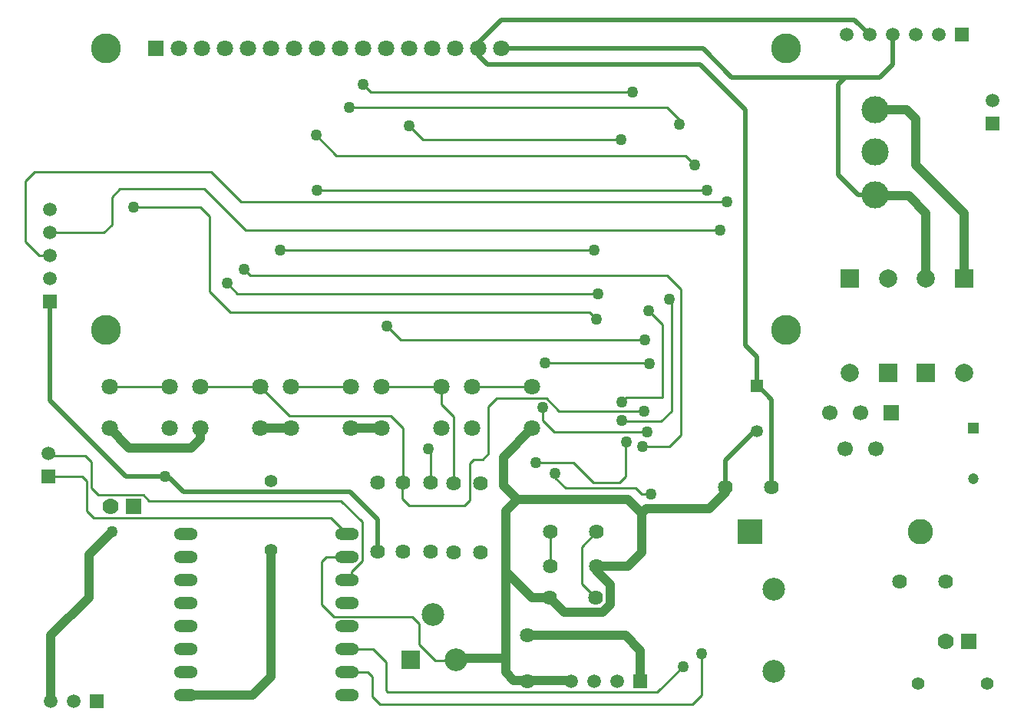
<source format=gbl>
%FSLAX44Y44*%
%MOMM*%
G71*
G01*
G75*
G04 Layer_Physical_Order=2*
G04 Layer_Color=16711680*
%ADD10R,1.8000X0.2300*%
%ADD11O,0.2300X1.8000*%
%ADD12R,0.2300X1.8000*%
%ADD13C,1.0000*%
%ADD14C,0.2540*%
%ADD15C,0.5000*%
%ADD16O,2.6416X1.3208*%
%ADD17C,1.5000*%
%ADD18R,1.5000X1.5000*%
%ADD19R,1.5000X1.5000*%
%ADD20C,2.8000*%
%ADD21R,2.8000X2.8000*%
%ADD22C,1.4000*%
%ADD23C,1.6256*%
%ADD24C,1.7000*%
%ADD25R,1.7000X1.7000*%
%ADD26C,1.8000*%
%ADD27C,3.0000*%
%ADD28R,1.3500X1.3500*%
%ADD29C,1.3500*%
%ADD30R,2.0000X2.0000*%
%ADD31C,2.0000*%
%ADD32C,2.5000*%
%ADD33R,1.8000X1.8000*%
%ADD34C,1.8000*%
%ADD35R,1.7780X1.7780*%
%ADD36C,1.7780*%
%ADD37R,2.0000X2.0000*%
%ADD38C,1.2000*%
%ADD39R,1.2000X1.2000*%
%ADD40C,1.2700*%
%ADD41C,3.3000*%
D13*
X857250Y327660D02*
X919480D01*
X346710Y304800D02*
Y377190D01*
X388620Y419100D01*
Y466090D01*
X414020Y491490D01*
X848360Y351790D02*
Y445770D01*
Y336550D02*
Y351790D01*
X794550D02*
X848360D01*
X793280Y350520D02*
X794550Y351790D01*
X1312000Y771120D02*
Y843190D01*
X1292860Y862330D02*
X1312000Y843190D01*
X1257280Y862330D02*
X1292860D01*
X1256030Y863580D02*
X1257280Y862330D01*
X1290320Y957580D02*
X1300480Y947420D01*
X1256030Y957580D02*
X1290320D01*
X1300480Y896620D02*
Y947420D01*
Y896620D02*
X1354000Y843100D01*
Y771120D02*
Y843100D01*
X677500Y605650D02*
X711500D01*
X577500D02*
X611500D01*
X511500Y594050D02*
Y605650D01*
X501650Y584200D02*
X511500Y594050D01*
X432950Y584200D02*
X501650D01*
X411500Y605650D02*
X432950Y584200D01*
X845820Y573970D02*
X877500Y605650D01*
X919480Y327660D02*
X920750Y326390D01*
X872490Y377190D02*
X980440D01*
X996950Y360680D01*
Y326390D02*
Y360680D01*
X998220Y468630D02*
Y511810D01*
X982980Y453390D02*
X998220Y468630D01*
X845820Y542290D02*
Y573970D01*
Y542290D02*
X861060Y527050D01*
X948690Y453390D02*
X982980D01*
X948690Y448310D02*
Y453390D01*
Y448310D02*
X963930Y433070D01*
Y411480D02*
Y433070D01*
X955040Y402590D02*
X963930Y411480D01*
X913130Y402590D02*
X955040D01*
X896620Y419100D02*
X913130Y402590D01*
X877570Y419100D02*
X896620D01*
X848360Y336550D02*
X857250Y327660D01*
X848360Y445770D02*
X849630Y447040D01*
X877570Y419100D01*
X589280Y331470D02*
Y471170D01*
X568960Y311150D02*
X589280Y331470D01*
X495300Y311150D02*
X568960D01*
X1003300Y516890D02*
X1073150D01*
X998220Y511810D02*
X1003300Y516890D01*
X1073150D02*
X1090930Y534670D01*
X848360Y514350D02*
X861060Y527050D01*
X848360Y445770D02*
Y514350D01*
X861060Y527050D02*
X982980D01*
X998220Y511810D01*
D14*
X334010Y796290D02*
X345440D01*
X318770Y811530D02*
X334010Y796290D01*
X318770Y811530D02*
Y878840D01*
X328930Y889000D01*
X523240D01*
X556260Y855980D01*
X1092200D01*
X345440Y821690D02*
X405130D01*
X414020Y830580D01*
Y861060D01*
X422910Y869950D01*
X515620D01*
X561340Y824230D01*
X1084580D01*
X438150Y849630D02*
X511810D01*
X521970Y839470D01*
Y756920D02*
Y839470D01*
Y756920D02*
X544830Y734060D01*
X940950D02*
X948570Y726440D01*
X544830Y734060D02*
X940950D01*
X975360Y615950D02*
X976630Y614680D01*
X673100Y336550D02*
X695960D01*
X701040Y331470D01*
Y309880D02*
Y331470D01*
Y309880D02*
X709930Y300990D01*
X1054100D01*
X1064260Y311150D01*
Y356870D01*
X1015492Y314452D02*
X1043940Y342900D01*
X718058Y314452D02*
X1015492D01*
X716280Y316230D02*
X718058Y314452D01*
X716280Y316230D02*
Y347980D01*
X702310Y361950D02*
X716280Y347980D01*
X673100Y361950D02*
X702310D01*
X980440Y552450D02*
Y590550D01*
X991870Y539750D02*
X998220Y533400D01*
X1008380D01*
X650240Y463550D02*
X673100D01*
X645160Y458470D02*
X650240Y463550D01*
X792010Y349250D02*
X793280Y350520D01*
X770890Y349250D02*
X792010D01*
X753110Y367030D02*
X770890Y349250D01*
X753110Y367030D02*
Y389890D01*
X745490Y397510D02*
X753110Y389890D01*
X684272Y397510D02*
X745490D01*
X684018Y397764D02*
X684272Y397510D01*
X658876Y397764D02*
X684018D01*
X645160Y411480D02*
X658876Y397764D01*
X645160Y411480D02*
Y458470D01*
X577500Y651650D02*
X609390Y619760D01*
X881380Y567690D02*
X923290D01*
X944880Y546100D01*
X891540Y678180D02*
X1004570D01*
X640080Y868680D02*
X1070610D01*
X639445Y929005D02*
X661670Y906780D01*
X1046480D01*
X1056640Y896620D01*
X675640Y960120D02*
X1026160D01*
X1040130Y946150D01*
Y941070D02*
Y946150D01*
X690880Y985520D02*
X699770Y976630D01*
X988060D01*
X717550Y718820D02*
X732790Y703580D01*
X1002030D01*
X741680Y939800D02*
X756920Y924560D01*
X975360D01*
X541020Y765810D02*
X552460Y754370D01*
X566420Y774700D02*
X1026160D01*
X560070Y781050D02*
X566420Y774700D01*
X949950Y754370D02*
X949960Y754380D01*
X552460Y754370D02*
X949950D01*
X599440Y802640D02*
X946150D01*
X974090Y546100D02*
X980440Y552450D01*
X944880Y546100D02*
X974090D01*
X1021080Y640080D02*
Y720090D01*
X1005840Y735330D02*
X1021080Y720090D01*
X981710Y640080D02*
X1021080D01*
X976630Y635000D02*
X981710Y640080D01*
X1026160Y774700D02*
X1041400Y759460D01*
X999490Y585470D02*
X1028700D01*
X1041400Y598170D01*
Y759460D01*
X893208Y638810D02*
X907178Y624840D01*
X1000760D01*
X1003300Y627380D01*
X979170Y613410D02*
X1019810D01*
X1031240Y624840D01*
Y742950D01*
X1028700Y745490D02*
X1031240Y742950D01*
X411500Y651650D02*
X477500D01*
X511500D02*
X577500D01*
X611500D02*
X677500D01*
X711500D02*
X777500D01*
X811500D02*
X877500D01*
X765810Y546100D02*
X767080Y547370D01*
X735330Y546100D02*
Y605790D01*
X721360Y619760D02*
X735330Y605790D01*
X609390Y619760D02*
X721360D01*
X763270Y582930D02*
X765810Y580390D01*
Y546100D02*
Y580390D01*
X777500Y632200D02*
Y651650D01*
Y632200D02*
X791210Y618490D01*
Y544830D02*
Y618490D01*
X889000Y614680D02*
Y628650D01*
Y614680D02*
X901700Y601980D01*
X1004570D01*
X838200Y638810D02*
X893208D01*
X829310Y629920D02*
X838200Y638810D01*
X822960Y571500D02*
X829310Y577850D01*
X812800Y571500D02*
X822960D01*
X808482Y567182D02*
X812800Y571500D01*
X808482Y526542D02*
Y567182D01*
X802640Y520700D02*
X808482Y526542D01*
X734060Y528320D02*
Y544830D01*
X735330Y546100D01*
X829310Y577850D02*
Y629920D01*
X734060Y528320D02*
X741680Y520700D01*
X802640D01*
X932180Y474980D02*
X948690Y491490D01*
X932180Y434340D02*
Y474980D01*
Y434340D02*
X947420Y419100D01*
X897890Y453390D02*
Y491490D01*
X902970Y551180D02*
Y556260D01*
Y551180D02*
X914400Y539750D01*
X991870D01*
X655320Y506730D02*
X673100Y488950D01*
X344170Y552450D02*
X381000D01*
X386080Y547370D01*
Y514350D02*
Y547370D01*
Y514350D02*
X393700Y506730D01*
X655320D01*
X673100Y438150D02*
X678180D01*
Y447298D02*
X690118Y459236D01*
Y502412D01*
X344170Y577850D02*
X346710Y575310D01*
X666750Y525780D02*
X690118Y502412D01*
X346710Y575310D02*
X384810D01*
X454968Y525780D02*
X666750D01*
X448618Y532130D02*
X454968Y525780D01*
X398780Y532130D02*
X448618D01*
X391160Y539750D02*
X398780Y532130D01*
X391160Y539750D02*
Y568960D01*
X384810Y575310D02*
X391160Y568960D01*
X678180Y438150D02*
Y447298D01*
D15*
X345440Y636270D02*
Y745490D01*
Y636270D02*
X429260Y552450D01*
X472440D01*
X1090930Y570630D02*
X1125220Y604920D01*
X843270Y1024610D02*
X1065810D01*
X1097280Y993140D01*
X1261110D02*
X1275080Y1007110D01*
Y1040130D01*
X1112520Y697230D02*
Y957580D01*
X1062990Y1007110D02*
X1112520Y957580D01*
X828040Y1007110D02*
X1062990D01*
X817870Y1017280D02*
X828040Y1007110D01*
X817870Y1031230D02*
X843280Y1056640D01*
X1233170D01*
X1249680Y1040130D01*
X1237000Y863580D02*
X1256030D01*
X1215390Y885190D02*
X1237000Y863580D01*
X1215390Y885190D02*
Y985520D01*
X1221740Y991870D01*
Y993140D01*
X1097280D02*
X1221740D01*
X1261110D01*
X707390Y469900D02*
Y505460D01*
X1125220Y652380D02*
Y684530D01*
X1112520Y697230D02*
X1125220Y684530D01*
Y652380D02*
X1126890D01*
X1141730Y637540D01*
Y541020D02*
Y637540D01*
X676910Y535940D02*
X707390Y505460D01*
X594267Y535330D02*
X594877Y535940D01*
X676910D01*
X493370Y535330D02*
X594267D01*
X477520Y551180D02*
X493370Y535330D01*
X1090930Y541020D02*
Y570630D01*
D16*
X673100Y311150D02*
D03*
Y336550D02*
D03*
Y361950D02*
D03*
Y387350D02*
D03*
Y412750D02*
D03*
Y438150D02*
D03*
Y463550D02*
D03*
Y488950D02*
D03*
X495300D02*
D03*
Y463550D02*
D03*
Y438150D02*
D03*
Y412750D02*
D03*
Y387350D02*
D03*
Y361950D02*
D03*
Y336550D02*
D03*
Y311150D02*
D03*
D17*
X345440Y847090D02*
D03*
Y821690D02*
D03*
Y796290D02*
D03*
Y770890D02*
D03*
X372110Y304800D02*
D03*
X346710D02*
D03*
X1325880Y1040130D02*
D03*
X1300480D02*
D03*
X1275080D02*
D03*
X1249680D02*
D03*
X1224280D02*
D03*
X344170Y577850D02*
D03*
X1385570Y967740D02*
D03*
X971550Y326390D02*
D03*
X946150D02*
D03*
X920750D02*
D03*
D18*
X345440Y745490D02*
D03*
X344170Y552450D02*
D03*
X1385570Y942340D02*
D03*
D19*
X397510Y304800D02*
D03*
X1351280Y1040130D02*
D03*
X996950Y326390D02*
D03*
D20*
X1305780Y491490D02*
D03*
D21*
X1117380D02*
D03*
D22*
X1379220Y323850D02*
D03*
X1303020D02*
D03*
X589280Y547370D02*
D03*
Y471170D02*
D03*
D23*
X1282700Y436880D02*
D03*
X1333500D02*
D03*
X707390Y546100D02*
D03*
Y469900D02*
D03*
X735330D02*
D03*
Y546100D02*
D03*
X765810Y469900D02*
D03*
Y546100D02*
D03*
X791210Y468630D02*
D03*
Y544830D02*
D03*
X820420Y468630D02*
D03*
Y544830D02*
D03*
X872490Y326390D02*
D03*
Y377190D02*
D03*
X1090930Y541020D02*
D03*
X1141730D02*
D03*
X896620Y419100D02*
D03*
X947420D02*
D03*
X948690Y491490D02*
D03*
X897890D02*
D03*
X948690Y453390D02*
D03*
X897890D02*
D03*
D24*
X1205520Y623250D02*
D03*
X1222520Y583250D02*
D03*
X1239520Y623250D02*
D03*
X1256520Y583250D02*
D03*
D25*
X1273520Y623250D02*
D03*
D26*
X577500Y605650D02*
D03*
Y651650D02*
D03*
X511500Y605650D02*
D03*
Y651650D02*
D03*
X677500Y605650D02*
D03*
Y651650D02*
D03*
X611500Y605650D02*
D03*
Y651650D02*
D03*
X777500Y605650D02*
D03*
Y651650D02*
D03*
X711500Y605650D02*
D03*
Y651650D02*
D03*
X877500Y605650D02*
D03*
Y651650D02*
D03*
X811500Y605650D02*
D03*
Y651650D02*
D03*
X477500Y605650D02*
D03*
Y651650D02*
D03*
X411500Y605650D02*
D03*
Y651650D02*
D03*
D27*
X1256030Y957580D02*
D03*
Y863580D02*
D03*
Y910580D02*
D03*
D28*
X1125220Y652380D02*
D03*
D29*
X1125220Y602380D02*
D03*
D30*
X1228000Y771120D02*
D03*
X1312000Y666520D02*
D03*
X1354000Y771120D02*
D03*
X1270000Y666520D02*
D03*
D31*
X1228000D02*
D03*
X1312000Y771120D02*
D03*
X1354000Y666520D02*
D03*
X1270000Y771120D02*
D03*
D32*
X1144270Y427820D02*
D03*
Y337820D02*
D03*
X768280Y400520D02*
D03*
X793280Y350520D02*
D03*
D33*
X462270Y1024610D02*
D03*
D34*
X487670D02*
D03*
X513070D02*
D03*
X538470D02*
D03*
X563870D02*
D03*
X589270D02*
D03*
X614670D02*
D03*
X640070D02*
D03*
X665470D02*
D03*
X690870D02*
D03*
X716270D02*
D03*
X741670D02*
D03*
X767070D02*
D03*
X792470D02*
D03*
X817870D02*
D03*
X843270D02*
D03*
D35*
X1358900Y370840D02*
D03*
X438150Y519430D02*
D03*
D36*
X1333500Y370840D02*
D03*
X412750Y519430D02*
D03*
D37*
X743280Y350520D02*
D03*
D38*
X1363980Y549750D02*
D03*
D39*
Y605950D02*
D03*
D40*
X1092200Y855980D02*
D03*
X1084580Y824230D02*
D03*
X438150Y849630D02*
D03*
X948570Y726440D02*
D03*
X976630Y614680D02*
D03*
X1064260Y356870D02*
D03*
X1043940Y342900D02*
D03*
X981710Y590550D02*
D03*
X1008380Y533400D02*
D03*
X414020Y491490D02*
D03*
X1004570Y601980D02*
D03*
X763270Y582930D02*
D03*
X1000760Y624840D02*
D03*
X881380Y567690D02*
D03*
X889000Y628650D02*
D03*
X891540Y678180D02*
D03*
X640080Y868680D02*
D03*
X1070610D02*
D03*
X639445Y929005D02*
D03*
X1056640Y896620D02*
D03*
X675640Y960120D02*
D03*
X1040130Y941070D02*
D03*
X690880Y985520D02*
D03*
X988060Y976630D02*
D03*
X717550Y718820D02*
D03*
X1002030Y703580D02*
D03*
X741680Y939800D02*
D03*
X975360Y924560D02*
D03*
X541020Y765810D02*
D03*
X999490Y585470D02*
D03*
X560070Y781050D02*
D03*
X949960Y754380D02*
D03*
X946150Y802640D02*
D03*
X599440D02*
D03*
X472440Y552450D02*
D03*
X1005840Y735330D02*
D03*
X976630Y635000D02*
D03*
X1028700Y748030D02*
D03*
X1007110Y676910D02*
D03*
X902970Y556260D02*
D03*
D41*
X407270Y1024610D02*
D03*
X1157270D02*
D03*
Y714610D02*
D03*
X407270D02*
D03*
M02*

</source>
